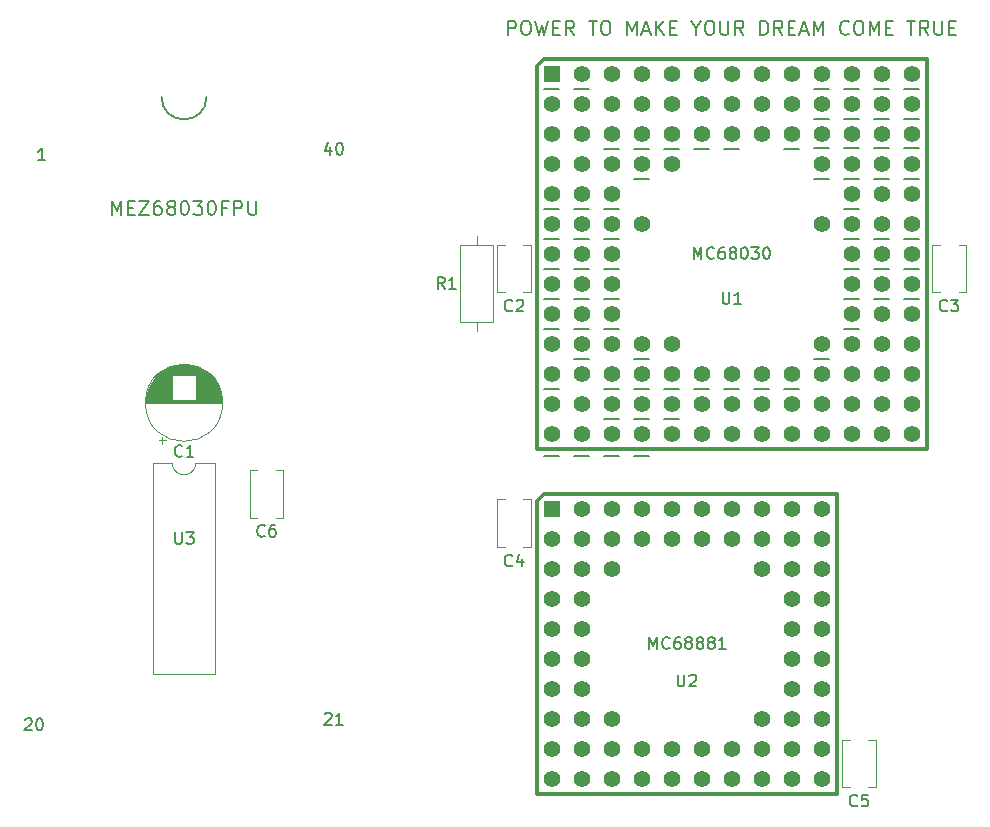
<source format=gto>
G04 #@! TF.GenerationSoftware,KiCad,Pcbnew,(6.0.10-0)*
G04 #@! TF.CreationDate,2023-01-31T11:03:09+09:00*
G04 #@! TF.ProjectId,MEZ68030FPU,4d455a36-3830-4333-9046-50552e6b6963,A*
G04 #@! TF.SameCoordinates,PX5f5e100PY68e7780*
G04 #@! TF.FileFunction,Legend,Top*
G04 #@! TF.FilePolarity,Positive*
%FSLAX46Y46*%
G04 Gerber Fmt 4.6, Leading zero omitted, Abs format (unit mm)*
G04 Created by KiCad (PCBNEW (6.0.10-0)) date 2023-01-31 11:03:09*
%MOMM*%
%LPD*%
G01*
G04 APERTURE LIST*
%ADD10C,0.150000*%
%ADD11C,0.200000*%
%ADD12C,0.203200*%
%ADD13C,0.120000*%
%ADD14C,0.304800*%
%ADD15R,1.397000X1.397000*%
%ADD16C,1.397000*%
G04 APERTURE END LIST*
D10*
X55245000Y35560000D02*
X56515000Y35560000D01*
X50165000Y48260000D02*
X51435000Y48260000D01*
X47625000Y32385000D02*
X48895000Y32385000D01*
X45085000Y43180000D02*
X46355000Y43180000D01*
X75565000Y63500000D02*
X76835000Y63500000D01*
X70485000Y50800000D02*
X71755000Y50800000D01*
X73025000Y60960000D02*
X74295000Y60960000D01*
X70485000Y60960000D02*
X71755000Y60960000D01*
X50165000Y45720000D02*
X51435000Y45720000D01*
X50165000Y35560000D02*
X51435000Y35560000D01*
X70485000Y55880000D02*
X71755000Y55880000D01*
X55245000Y38100000D02*
X56515000Y38100000D01*
X75565000Y45720000D02*
X76835000Y45720000D01*
X67945000Y40640000D02*
X69215000Y40640000D01*
X67922798Y58446786D02*
X69192798Y58446786D01*
X75565000Y50800000D02*
X76835000Y50800000D01*
X50165000Y50800000D02*
X51435000Y50800000D01*
X52705000Y35560000D02*
X53975000Y35560000D01*
X55245000Y58420000D02*
X56515000Y58420000D01*
X50165000Y38100000D02*
X51435000Y38100000D01*
X47625000Y43180000D02*
X48895000Y43180000D01*
X70485000Y45720000D02*
X71755000Y45720000D01*
X70485000Y43180000D02*
X71755000Y43180000D01*
X47625000Y45720000D02*
X48895000Y45720000D01*
X45085000Y45720000D02*
X46355000Y45720000D01*
X67945000Y60960000D02*
X69215000Y60960000D01*
X45085000Y38100000D02*
X46355000Y38100000D01*
X47625000Y53340000D02*
X48895000Y53340000D01*
X57785000Y58420000D02*
X59055000Y58420000D01*
X75565000Y48260000D02*
X76835000Y48260000D01*
X45085000Y53340000D02*
X46355000Y53340000D01*
X45085000Y32385000D02*
X46355000Y32385000D01*
X75565000Y60960000D02*
X76835000Y60960000D01*
X50165000Y32385000D02*
X51435000Y32385000D01*
X47625000Y50800000D02*
X48895000Y50800000D01*
X62865000Y38100000D02*
X64135000Y38100000D01*
X45085000Y63500000D02*
X46355000Y63500000D01*
X67945000Y63500000D02*
X69215000Y63500000D01*
X67945000Y55880000D02*
X69215000Y55880000D01*
X70485000Y63500000D02*
X71755000Y63500000D01*
X70485000Y58446786D02*
X71755000Y58446786D01*
X73025000Y45720000D02*
X74295000Y45720000D01*
X57785000Y38100000D02*
X59055000Y38100000D01*
X73025000Y63500000D02*
X74295000Y63500000D01*
X70485000Y48260000D02*
X71755000Y48260000D01*
X50165000Y58420000D02*
X51435000Y58420000D01*
X47625000Y48260000D02*
X48895000Y48260000D01*
X73025000Y55880000D02*
X74295000Y55880000D01*
X60325000Y58420000D02*
X61595000Y58420000D01*
X52705000Y38100000D02*
X53975000Y38100000D01*
X65405000Y58420000D02*
X66675000Y58420000D01*
X75565000Y58446786D02*
X76835000Y58446786D01*
X75565000Y55880000D02*
X76835000Y55880000D01*
X52705000Y55880000D02*
X53975000Y55880000D01*
X52705000Y58420000D02*
X53975000Y58420000D01*
X73025000Y50800000D02*
X74295000Y50800000D01*
X60325000Y38100000D02*
X61595000Y38100000D01*
X45085000Y48260000D02*
X46355000Y48260000D01*
X47625000Y40640000D02*
X48895000Y40640000D01*
X73025000Y48260000D02*
X74295000Y48260000D01*
X50165000Y43180000D02*
X51435000Y43180000D01*
X47625000Y63500000D02*
X48895000Y63500000D01*
X52705000Y40640000D02*
X53975000Y40640000D01*
X73025000Y58446786D02*
X74295000Y58446786D01*
X45085000Y50800000D02*
X46355000Y50800000D01*
X50165000Y53340000D02*
X51435000Y53340000D01*
X65405000Y38100000D02*
X66675000Y38100000D01*
X70485000Y53340000D02*
X71755000Y53340000D01*
X12700000Y62799132D02*
G75*
G03*
X16510000Y62799132I1905000J0D01*
G01*
X52705000Y32385000D02*
X53975000Y32385000D01*
D11*
X42017142Y68037143D02*
X42017142Y69237143D01*
X42474285Y69237143D01*
X42588571Y69180000D01*
X42645714Y69122858D01*
X42702857Y69008572D01*
X42702857Y68837143D01*
X42645714Y68722858D01*
X42588571Y68665715D01*
X42474285Y68608572D01*
X42017142Y68608572D01*
X43445714Y69237143D02*
X43674285Y69237143D01*
X43788571Y69180000D01*
X43902857Y69065715D01*
X43960000Y68837143D01*
X43960000Y68437143D01*
X43902857Y68208572D01*
X43788571Y68094286D01*
X43674285Y68037143D01*
X43445714Y68037143D01*
X43331428Y68094286D01*
X43217142Y68208572D01*
X43160000Y68437143D01*
X43160000Y68837143D01*
X43217142Y69065715D01*
X43331428Y69180000D01*
X43445714Y69237143D01*
X44360000Y69237143D02*
X44645714Y68037143D01*
X44874285Y68894286D01*
X45102857Y68037143D01*
X45388571Y69237143D01*
X45845714Y68665715D02*
X46245714Y68665715D01*
X46417142Y68037143D02*
X45845714Y68037143D01*
X45845714Y69237143D01*
X46417142Y69237143D01*
X47617142Y68037143D02*
X47217142Y68608572D01*
X46931428Y68037143D02*
X46931428Y69237143D01*
X47388571Y69237143D01*
X47502857Y69180000D01*
X47560000Y69122858D01*
X47617142Y69008572D01*
X47617142Y68837143D01*
X47560000Y68722858D01*
X47502857Y68665715D01*
X47388571Y68608572D01*
X46931428Y68608572D01*
X48874285Y69237143D02*
X49560000Y69237143D01*
X49217142Y68037143D02*
X49217142Y69237143D01*
X50188571Y69237143D02*
X50417142Y69237143D01*
X50531428Y69180000D01*
X50645714Y69065715D01*
X50702857Y68837143D01*
X50702857Y68437143D01*
X50645714Y68208572D01*
X50531428Y68094286D01*
X50417142Y68037143D01*
X50188571Y68037143D01*
X50074285Y68094286D01*
X49960000Y68208572D01*
X49902857Y68437143D01*
X49902857Y68837143D01*
X49960000Y69065715D01*
X50074285Y69180000D01*
X50188571Y69237143D01*
X52131428Y68037143D02*
X52131428Y69237143D01*
X52531428Y68380000D01*
X52931428Y69237143D01*
X52931428Y68037143D01*
X53445714Y68380000D02*
X54017142Y68380000D01*
X53331428Y68037143D02*
X53731428Y69237143D01*
X54131428Y68037143D01*
X54531428Y68037143D02*
X54531428Y69237143D01*
X55217142Y68037143D02*
X54702857Y68722858D01*
X55217142Y69237143D02*
X54531428Y68551429D01*
X55731428Y68665715D02*
X56131428Y68665715D01*
X56302857Y68037143D02*
X55731428Y68037143D01*
X55731428Y69237143D01*
X56302857Y69237143D01*
X57960000Y68608572D02*
X57960000Y68037143D01*
X57560000Y69237143D02*
X57960000Y68608572D01*
X58360000Y69237143D01*
X58988571Y69237143D02*
X59217142Y69237143D01*
X59331428Y69180000D01*
X59445714Y69065715D01*
X59502857Y68837143D01*
X59502857Y68437143D01*
X59445714Y68208572D01*
X59331428Y68094286D01*
X59217142Y68037143D01*
X58988571Y68037143D01*
X58874285Y68094286D01*
X58760000Y68208572D01*
X58702857Y68437143D01*
X58702857Y68837143D01*
X58760000Y69065715D01*
X58874285Y69180000D01*
X58988571Y69237143D01*
X60017142Y69237143D02*
X60017142Y68265715D01*
X60074285Y68151429D01*
X60131428Y68094286D01*
X60245714Y68037143D01*
X60474285Y68037143D01*
X60588571Y68094286D01*
X60645714Y68151429D01*
X60702857Y68265715D01*
X60702857Y69237143D01*
X61960000Y68037143D02*
X61560000Y68608572D01*
X61274285Y68037143D02*
X61274285Y69237143D01*
X61731428Y69237143D01*
X61845714Y69180000D01*
X61902857Y69122858D01*
X61960000Y69008572D01*
X61960000Y68837143D01*
X61902857Y68722858D01*
X61845714Y68665715D01*
X61731428Y68608572D01*
X61274285Y68608572D01*
X63388571Y68037143D02*
X63388571Y69237143D01*
X63674285Y69237143D01*
X63845714Y69180000D01*
X63960000Y69065715D01*
X64017142Y68951429D01*
X64074285Y68722858D01*
X64074285Y68551429D01*
X64017142Y68322858D01*
X63960000Y68208572D01*
X63845714Y68094286D01*
X63674285Y68037143D01*
X63388571Y68037143D01*
X65274285Y68037143D02*
X64874285Y68608572D01*
X64588571Y68037143D02*
X64588571Y69237143D01*
X65045714Y69237143D01*
X65160000Y69180000D01*
X65217142Y69122858D01*
X65274285Y69008572D01*
X65274285Y68837143D01*
X65217142Y68722858D01*
X65160000Y68665715D01*
X65045714Y68608572D01*
X64588571Y68608572D01*
X65788571Y68665715D02*
X66188571Y68665715D01*
X66360000Y68037143D02*
X65788571Y68037143D01*
X65788571Y69237143D01*
X66360000Y69237143D01*
X66817142Y68380000D02*
X67388571Y68380000D01*
X66702857Y68037143D02*
X67102857Y69237143D01*
X67502857Y68037143D01*
X67902857Y68037143D02*
X67902857Y69237143D01*
X68302857Y68380000D01*
X68702857Y69237143D01*
X68702857Y68037143D01*
X70874285Y68151429D02*
X70817142Y68094286D01*
X70645714Y68037143D01*
X70531428Y68037143D01*
X70360000Y68094286D01*
X70245714Y68208572D01*
X70188571Y68322858D01*
X70131428Y68551429D01*
X70131428Y68722858D01*
X70188571Y68951429D01*
X70245714Y69065715D01*
X70360000Y69180000D01*
X70531428Y69237143D01*
X70645714Y69237143D01*
X70817142Y69180000D01*
X70874285Y69122858D01*
X71617142Y69237143D02*
X71845714Y69237143D01*
X71960000Y69180000D01*
X72074285Y69065715D01*
X72131428Y68837143D01*
X72131428Y68437143D01*
X72074285Y68208572D01*
X71960000Y68094286D01*
X71845714Y68037143D01*
X71617142Y68037143D01*
X71502857Y68094286D01*
X71388571Y68208572D01*
X71331428Y68437143D01*
X71331428Y68837143D01*
X71388571Y69065715D01*
X71502857Y69180000D01*
X71617142Y69237143D01*
X72645714Y68037143D02*
X72645714Y69237143D01*
X73045714Y68380000D01*
X73445714Y69237143D01*
X73445714Y68037143D01*
X74017142Y68665715D02*
X74417142Y68665715D01*
X74588571Y68037143D02*
X74017142Y68037143D01*
X74017142Y69237143D01*
X74588571Y69237143D01*
X75845714Y69237143D02*
X76531428Y69237143D01*
X76188571Y68037143D02*
X76188571Y69237143D01*
X77617142Y68037143D02*
X77217142Y68608572D01*
X76931428Y68037143D02*
X76931428Y69237143D01*
X77388571Y69237143D01*
X77502857Y69180000D01*
X77560000Y69122858D01*
X77617142Y69008572D01*
X77617142Y68837143D01*
X77560000Y68722858D01*
X77502857Y68665715D01*
X77388571Y68608572D01*
X76931428Y68608572D01*
X78131428Y69237143D02*
X78131428Y68265715D01*
X78188571Y68151429D01*
X78245714Y68094286D01*
X78360000Y68037143D01*
X78588571Y68037143D01*
X78702857Y68094286D01*
X78760000Y68151429D01*
X78817142Y68265715D01*
X78817142Y69237143D01*
X79388571Y68665715D02*
X79788571Y68665715D01*
X79960000Y68037143D02*
X79388571Y68037143D01*
X79388571Y69237143D01*
X79960000Y69237143D01*
D10*
X1143095Y10071513D02*
X1190714Y10119132D01*
X1285952Y10166752D01*
X1524047Y10166752D01*
X1619285Y10119132D01*
X1666904Y10071513D01*
X1714523Y9976275D01*
X1714523Y9881037D01*
X1666904Y9738180D01*
X1095476Y9166752D01*
X1714523Y9166752D01*
X2333571Y10166752D02*
X2428809Y10166752D01*
X2524047Y10119132D01*
X2571666Y10071513D01*
X2619285Y9976275D01*
X2666904Y9785799D01*
X2666904Y9547704D01*
X2619285Y9357228D01*
X2571666Y9261990D01*
X2524047Y9214371D01*
X2428809Y9166752D01*
X2333571Y9166752D01*
X2238333Y9214371D01*
X2190714Y9261990D01*
X2143095Y9357228D01*
X2095476Y9547704D01*
X2095476Y9785799D01*
X2143095Y9976275D01*
X2190714Y10071513D01*
X2238333Y10119132D01*
X2333571Y10166752D01*
X26999285Y58568418D02*
X26999285Y57901752D01*
X26761190Y58949371D02*
X26523095Y58235085D01*
X27142142Y58235085D01*
X27713571Y58901752D02*
X27808809Y58901752D01*
X27904047Y58854132D01*
X27951666Y58806513D01*
X27999285Y58711275D01*
X28046904Y58520799D01*
X28046904Y58282704D01*
X27999285Y58092228D01*
X27951666Y57996990D01*
X27904047Y57949371D01*
X27808809Y57901752D01*
X27713571Y57901752D01*
X27618333Y57949371D01*
X27570714Y57996990D01*
X27523095Y58092228D01*
X27475476Y58282704D01*
X27475476Y58520799D01*
X27523095Y58711275D01*
X27570714Y58806513D01*
X27618333Y58854132D01*
X27713571Y58901752D01*
X26523095Y10546513D02*
X26570714Y10594132D01*
X26665952Y10641752D01*
X26904047Y10641752D01*
X26999285Y10594132D01*
X27046904Y10546513D01*
X27094523Y10451275D01*
X27094523Y10356037D01*
X27046904Y10213180D01*
X26475476Y9641752D01*
X27094523Y9641752D01*
X28046904Y9641752D02*
X27475476Y9641752D01*
X27761190Y9641752D02*
X27761190Y10641752D01*
X27665952Y10498894D01*
X27570714Y10403656D01*
X27475476Y10356037D01*
D11*
X8490714Y52797143D02*
X8490714Y53997143D01*
X8890714Y53140000D01*
X9290714Y53997143D01*
X9290714Y52797143D01*
X9862142Y53425715D02*
X10262142Y53425715D01*
X10433571Y52797143D02*
X9862142Y52797143D01*
X9862142Y53997143D01*
X10433571Y53997143D01*
X10833571Y53997143D02*
X11633571Y53997143D01*
X10833571Y52797143D01*
X11633571Y52797143D01*
X12605000Y53997143D02*
X12376428Y53997143D01*
X12262142Y53940000D01*
X12205000Y53882858D01*
X12090714Y53711429D01*
X12033571Y53482858D01*
X12033571Y53025715D01*
X12090714Y52911429D01*
X12147857Y52854286D01*
X12262142Y52797143D01*
X12490714Y52797143D01*
X12605000Y52854286D01*
X12662142Y52911429D01*
X12719285Y53025715D01*
X12719285Y53311429D01*
X12662142Y53425715D01*
X12605000Y53482858D01*
X12490714Y53540000D01*
X12262142Y53540000D01*
X12147857Y53482858D01*
X12090714Y53425715D01*
X12033571Y53311429D01*
X13405000Y53482858D02*
X13290714Y53540000D01*
X13233571Y53597143D01*
X13176428Y53711429D01*
X13176428Y53768572D01*
X13233571Y53882858D01*
X13290714Y53940000D01*
X13405000Y53997143D01*
X13633571Y53997143D01*
X13747857Y53940000D01*
X13805000Y53882858D01*
X13862142Y53768572D01*
X13862142Y53711429D01*
X13805000Y53597143D01*
X13747857Y53540000D01*
X13633571Y53482858D01*
X13405000Y53482858D01*
X13290714Y53425715D01*
X13233571Y53368572D01*
X13176428Y53254286D01*
X13176428Y53025715D01*
X13233571Y52911429D01*
X13290714Y52854286D01*
X13405000Y52797143D01*
X13633571Y52797143D01*
X13747857Y52854286D01*
X13805000Y52911429D01*
X13862142Y53025715D01*
X13862142Y53254286D01*
X13805000Y53368572D01*
X13747857Y53425715D01*
X13633571Y53482858D01*
X14605000Y53997143D02*
X14719285Y53997143D01*
X14833571Y53940000D01*
X14890714Y53882858D01*
X14947857Y53768572D01*
X15005000Y53540000D01*
X15005000Y53254286D01*
X14947857Y53025715D01*
X14890714Y52911429D01*
X14833571Y52854286D01*
X14719285Y52797143D01*
X14605000Y52797143D01*
X14490714Y52854286D01*
X14433571Y52911429D01*
X14376428Y53025715D01*
X14319285Y53254286D01*
X14319285Y53540000D01*
X14376428Y53768572D01*
X14433571Y53882858D01*
X14490714Y53940000D01*
X14605000Y53997143D01*
X15405000Y53997143D02*
X16147857Y53997143D01*
X15747857Y53540000D01*
X15919285Y53540000D01*
X16033571Y53482858D01*
X16090714Y53425715D01*
X16147857Y53311429D01*
X16147857Y53025715D01*
X16090714Y52911429D01*
X16033571Y52854286D01*
X15919285Y52797143D01*
X15576428Y52797143D01*
X15462142Y52854286D01*
X15405000Y52911429D01*
X16890714Y53997143D02*
X17005000Y53997143D01*
X17119285Y53940000D01*
X17176428Y53882858D01*
X17233571Y53768572D01*
X17290714Y53540000D01*
X17290714Y53254286D01*
X17233571Y53025715D01*
X17176428Y52911429D01*
X17119285Y52854286D01*
X17005000Y52797143D01*
X16890714Y52797143D01*
X16776428Y52854286D01*
X16719285Y52911429D01*
X16662142Y53025715D01*
X16605000Y53254286D01*
X16605000Y53540000D01*
X16662142Y53768572D01*
X16719285Y53882858D01*
X16776428Y53940000D01*
X16890714Y53997143D01*
X18205000Y53425715D02*
X17805000Y53425715D01*
X17805000Y52797143D02*
X17805000Y53997143D01*
X18376428Y53997143D01*
X18833571Y52797143D02*
X18833571Y53997143D01*
X19290714Y53997143D01*
X19405000Y53940000D01*
X19462142Y53882858D01*
X19519285Y53768572D01*
X19519285Y53597143D01*
X19462142Y53482858D01*
X19405000Y53425715D01*
X19290714Y53368572D01*
X18833571Y53368572D01*
X20033571Y53997143D02*
X20033571Y53025715D01*
X20090714Y52911429D01*
X20147857Y52854286D01*
X20262142Y52797143D01*
X20490714Y52797143D01*
X20605000Y52854286D01*
X20662142Y52911429D01*
X20719285Y53025715D01*
X20719285Y53997143D01*
D10*
X2825714Y57426752D02*
X2254285Y57426752D01*
X2540000Y57426752D02*
X2540000Y58426752D01*
X2444761Y58283894D01*
X2349523Y58188656D01*
X2254285Y58141037D01*
X57745714Y49077620D02*
X57745714Y50077620D01*
X58079047Y49363334D01*
X58412380Y50077620D01*
X58412380Y49077620D01*
X59460000Y49172858D02*
X59412380Y49125239D01*
X59269523Y49077620D01*
X59174285Y49077620D01*
X59031428Y49125239D01*
X58936190Y49220477D01*
X58888571Y49315715D01*
X58840952Y49506191D01*
X58840952Y49649048D01*
X58888571Y49839524D01*
X58936190Y49934762D01*
X59031428Y50030000D01*
X59174285Y50077620D01*
X59269523Y50077620D01*
X59412380Y50030000D01*
X59460000Y49982381D01*
X60317142Y50077620D02*
X60126666Y50077620D01*
X60031428Y50030000D01*
X59983809Y49982381D01*
X59888571Y49839524D01*
X59840952Y49649048D01*
X59840952Y49268096D01*
X59888571Y49172858D01*
X59936190Y49125239D01*
X60031428Y49077620D01*
X60221904Y49077620D01*
X60317142Y49125239D01*
X60364761Y49172858D01*
X60412380Y49268096D01*
X60412380Y49506191D01*
X60364761Y49601429D01*
X60317142Y49649048D01*
X60221904Y49696667D01*
X60031428Y49696667D01*
X59936190Y49649048D01*
X59888571Y49601429D01*
X59840952Y49506191D01*
X60983809Y49649048D02*
X60888571Y49696667D01*
X60840952Y49744286D01*
X60793333Y49839524D01*
X60793333Y49887143D01*
X60840952Y49982381D01*
X60888571Y50030000D01*
X60983809Y50077620D01*
X61174285Y50077620D01*
X61269523Y50030000D01*
X61317142Y49982381D01*
X61364761Y49887143D01*
X61364761Y49839524D01*
X61317142Y49744286D01*
X61269523Y49696667D01*
X61174285Y49649048D01*
X60983809Y49649048D01*
X60888571Y49601429D01*
X60840952Y49553810D01*
X60793333Y49458572D01*
X60793333Y49268096D01*
X60840952Y49172858D01*
X60888571Y49125239D01*
X60983809Y49077620D01*
X61174285Y49077620D01*
X61269523Y49125239D01*
X61317142Y49172858D01*
X61364761Y49268096D01*
X61364761Y49458572D01*
X61317142Y49553810D01*
X61269523Y49601429D01*
X61174285Y49649048D01*
X61983809Y50077620D02*
X62079047Y50077620D01*
X62174285Y50030000D01*
X62221904Y49982381D01*
X62269523Y49887143D01*
X62317142Y49696667D01*
X62317142Y49458572D01*
X62269523Y49268096D01*
X62221904Y49172858D01*
X62174285Y49125239D01*
X62079047Y49077620D01*
X61983809Y49077620D01*
X61888571Y49125239D01*
X61840952Y49172858D01*
X61793333Y49268096D01*
X61745714Y49458572D01*
X61745714Y49696667D01*
X61793333Y49887143D01*
X61840952Y49982381D01*
X61888571Y50030000D01*
X61983809Y50077620D01*
X62650476Y50077620D02*
X63269523Y50077620D01*
X62936190Y49696667D01*
X63079047Y49696667D01*
X63174285Y49649048D01*
X63221904Y49601429D01*
X63269523Y49506191D01*
X63269523Y49268096D01*
X63221904Y49172858D01*
X63174285Y49125239D01*
X63079047Y49077620D01*
X62793333Y49077620D01*
X62698095Y49125239D01*
X62650476Y49172858D01*
X63888571Y50077620D02*
X63983809Y50077620D01*
X64079047Y50030000D01*
X64126666Y49982381D01*
X64174285Y49887143D01*
X64221904Y49696667D01*
X64221904Y49458572D01*
X64174285Y49268096D01*
X64126666Y49172858D01*
X64079047Y49125239D01*
X63983809Y49077620D01*
X63888571Y49077620D01*
X63793333Y49125239D01*
X63745714Y49172858D01*
X63698095Y49268096D01*
X63650476Y49458572D01*
X63650476Y49696667D01*
X63698095Y49887143D01*
X63745714Y49982381D01*
X63793333Y50030000D01*
X63888571Y50077620D01*
X53995314Y16057620D02*
X53995314Y17057620D01*
X54328647Y16343334D01*
X54661980Y17057620D01*
X54661980Y16057620D01*
X55709600Y16152858D02*
X55661980Y16105239D01*
X55519123Y16057620D01*
X55423885Y16057620D01*
X55281028Y16105239D01*
X55185790Y16200477D01*
X55138171Y16295715D01*
X55090552Y16486191D01*
X55090552Y16629048D01*
X55138171Y16819524D01*
X55185790Y16914762D01*
X55281028Y17010000D01*
X55423885Y17057620D01*
X55519123Y17057620D01*
X55661980Y17010000D01*
X55709600Y16962381D01*
X56566742Y17057620D02*
X56376266Y17057620D01*
X56281028Y17010000D01*
X56233409Y16962381D01*
X56138171Y16819524D01*
X56090552Y16629048D01*
X56090552Y16248096D01*
X56138171Y16152858D01*
X56185790Y16105239D01*
X56281028Y16057620D01*
X56471504Y16057620D01*
X56566742Y16105239D01*
X56614361Y16152858D01*
X56661980Y16248096D01*
X56661980Y16486191D01*
X56614361Y16581429D01*
X56566742Y16629048D01*
X56471504Y16676667D01*
X56281028Y16676667D01*
X56185790Y16629048D01*
X56138171Y16581429D01*
X56090552Y16486191D01*
X57233409Y16629048D02*
X57138171Y16676667D01*
X57090552Y16724286D01*
X57042933Y16819524D01*
X57042933Y16867143D01*
X57090552Y16962381D01*
X57138171Y17010000D01*
X57233409Y17057620D01*
X57423885Y17057620D01*
X57519123Y17010000D01*
X57566742Y16962381D01*
X57614361Y16867143D01*
X57614361Y16819524D01*
X57566742Y16724286D01*
X57519123Y16676667D01*
X57423885Y16629048D01*
X57233409Y16629048D01*
X57138171Y16581429D01*
X57090552Y16533810D01*
X57042933Y16438572D01*
X57042933Y16248096D01*
X57090552Y16152858D01*
X57138171Y16105239D01*
X57233409Y16057620D01*
X57423885Y16057620D01*
X57519123Y16105239D01*
X57566742Y16152858D01*
X57614361Y16248096D01*
X57614361Y16438572D01*
X57566742Y16533810D01*
X57519123Y16581429D01*
X57423885Y16629048D01*
X58185790Y16629048D02*
X58090552Y16676667D01*
X58042933Y16724286D01*
X57995314Y16819524D01*
X57995314Y16867143D01*
X58042933Y16962381D01*
X58090552Y17010000D01*
X58185790Y17057620D01*
X58376266Y17057620D01*
X58471504Y17010000D01*
X58519123Y16962381D01*
X58566742Y16867143D01*
X58566742Y16819524D01*
X58519123Y16724286D01*
X58471504Y16676667D01*
X58376266Y16629048D01*
X58185790Y16629048D01*
X58090552Y16581429D01*
X58042933Y16533810D01*
X57995314Y16438572D01*
X57995314Y16248096D01*
X58042933Y16152858D01*
X58090552Y16105239D01*
X58185790Y16057620D01*
X58376266Y16057620D01*
X58471504Y16105239D01*
X58519123Y16152858D01*
X58566742Y16248096D01*
X58566742Y16438572D01*
X58519123Y16533810D01*
X58471504Y16581429D01*
X58376266Y16629048D01*
X59138171Y16629048D02*
X59042933Y16676667D01*
X58995314Y16724286D01*
X58947695Y16819524D01*
X58947695Y16867143D01*
X58995314Y16962381D01*
X59042933Y17010000D01*
X59138171Y17057620D01*
X59328647Y17057620D01*
X59423885Y17010000D01*
X59471504Y16962381D01*
X59519123Y16867143D01*
X59519123Y16819524D01*
X59471504Y16724286D01*
X59423885Y16676667D01*
X59328647Y16629048D01*
X59138171Y16629048D01*
X59042933Y16581429D01*
X58995314Y16533810D01*
X58947695Y16438572D01*
X58947695Y16248096D01*
X58995314Y16152858D01*
X59042933Y16105239D01*
X59138171Y16057620D01*
X59328647Y16057620D01*
X59423885Y16105239D01*
X59471504Y16152858D01*
X59519123Y16248096D01*
X59519123Y16438572D01*
X59471504Y16533810D01*
X59423885Y16581429D01*
X59328647Y16629048D01*
X60471504Y16057620D02*
X59900076Y16057620D01*
X60185790Y16057620D02*
X60185790Y17057620D01*
X60090552Y16914762D01*
X59995314Y16819524D01*
X59900076Y16771905D01*
X42378333Y44727858D02*
X42330714Y44680239D01*
X42187857Y44632620D01*
X42092619Y44632620D01*
X41949761Y44680239D01*
X41854523Y44775477D01*
X41806904Y44870715D01*
X41759285Y45061191D01*
X41759285Y45204048D01*
X41806904Y45394524D01*
X41854523Y45489762D01*
X41949761Y45585000D01*
X42092619Y45632620D01*
X42187857Y45632620D01*
X42330714Y45585000D01*
X42378333Y45537381D01*
X42759285Y45537381D02*
X42806904Y45585000D01*
X42902142Y45632620D01*
X43140238Y45632620D01*
X43235476Y45585000D01*
X43283095Y45537381D01*
X43330714Y45442143D01*
X43330714Y45346905D01*
X43283095Y45204048D01*
X42711666Y44632620D01*
X43330714Y44632620D01*
D12*
X60198095Y46267620D02*
X60198095Y45458096D01*
X60245714Y45362858D01*
X60293333Y45315239D01*
X60388571Y45267620D01*
X60579047Y45267620D01*
X60674285Y45315239D01*
X60721904Y45362858D01*
X60769523Y45458096D01*
X60769523Y46267620D01*
X61769523Y45267620D02*
X61198095Y45267620D01*
X61483809Y45267620D02*
X61483809Y46267620D01*
X61388571Y46124762D01*
X61293333Y46029524D01*
X61198095Y45981905D01*
D10*
X71588333Y2817858D02*
X71540714Y2770239D01*
X71397857Y2722620D01*
X71302619Y2722620D01*
X71159761Y2770239D01*
X71064523Y2865477D01*
X71016904Y2960715D01*
X70969285Y3151191D01*
X70969285Y3294048D01*
X71016904Y3484524D01*
X71064523Y3579762D01*
X71159761Y3675000D01*
X71302619Y3722620D01*
X71397857Y3722620D01*
X71540714Y3675000D01*
X71588333Y3627381D01*
X72493095Y3722620D02*
X72016904Y3722620D01*
X71969285Y3246429D01*
X72016904Y3294048D01*
X72112142Y3341667D01*
X72350238Y3341667D01*
X72445476Y3294048D01*
X72493095Y3246429D01*
X72540714Y3151191D01*
X72540714Y2913096D01*
X72493095Y2817858D01*
X72445476Y2770239D01*
X72350238Y2722620D01*
X72112142Y2722620D01*
X72016904Y2770239D01*
X71969285Y2817858D01*
X36663333Y46537620D02*
X36330000Y47013810D01*
X36091904Y46537620D02*
X36091904Y47537620D01*
X36472857Y47537620D01*
X36568095Y47490000D01*
X36615714Y47442381D01*
X36663333Y47347143D01*
X36663333Y47204286D01*
X36615714Y47109048D01*
X36568095Y47061429D01*
X36472857Y47013810D01*
X36091904Y47013810D01*
X37615714Y46537620D02*
X37044285Y46537620D01*
X37330000Y46537620D02*
X37330000Y47537620D01*
X37234761Y47394762D01*
X37139523Y47299524D01*
X37044285Y47251905D01*
D12*
X56388095Y13882620D02*
X56388095Y13073096D01*
X56435714Y12977858D01*
X56483333Y12930239D01*
X56578571Y12882620D01*
X56769047Y12882620D01*
X56864285Y12930239D01*
X56911904Y12977858D01*
X56959523Y13073096D01*
X56959523Y13882620D01*
X57388095Y13787381D02*
X57435714Y13835000D01*
X57530952Y13882620D01*
X57769047Y13882620D01*
X57864285Y13835000D01*
X57911904Y13787381D01*
X57959523Y13692143D01*
X57959523Y13596905D01*
X57911904Y13454048D01*
X57340476Y12882620D01*
X57959523Y12882620D01*
D10*
X42378333Y23137858D02*
X42330714Y23090239D01*
X42187857Y23042620D01*
X42092619Y23042620D01*
X41949761Y23090239D01*
X41854523Y23185477D01*
X41806904Y23280715D01*
X41759285Y23471191D01*
X41759285Y23614048D01*
X41806904Y23804524D01*
X41854523Y23899762D01*
X41949761Y23995000D01*
X42092619Y24042620D01*
X42187857Y24042620D01*
X42330714Y23995000D01*
X42378333Y23947381D01*
X43235476Y23709286D02*
X43235476Y23042620D01*
X42997380Y24090239D02*
X42759285Y23375953D01*
X43378333Y23375953D01*
X13843095Y25947620D02*
X13843095Y25138096D01*
X13890714Y25042858D01*
X13938333Y24995239D01*
X14033571Y24947620D01*
X14224047Y24947620D01*
X14319285Y24995239D01*
X14366904Y25042858D01*
X14414523Y25138096D01*
X14414523Y25947620D01*
X14795476Y25947620D02*
X15414523Y25947620D01*
X15081190Y25566667D01*
X15224047Y25566667D01*
X15319285Y25519048D01*
X15366904Y25471429D01*
X15414523Y25376191D01*
X15414523Y25138096D01*
X15366904Y25042858D01*
X15319285Y24995239D01*
X15224047Y24947620D01*
X14938333Y24947620D01*
X14843095Y24995239D01*
X14795476Y25042858D01*
X21423333Y25657858D02*
X21375714Y25610239D01*
X21232857Y25562620D01*
X21137619Y25562620D01*
X20994761Y25610239D01*
X20899523Y25705477D01*
X20851904Y25800715D01*
X20804285Y25991191D01*
X20804285Y26134048D01*
X20851904Y26324524D01*
X20899523Y26419762D01*
X20994761Y26515000D01*
X21137619Y26562620D01*
X21232857Y26562620D01*
X21375714Y26515000D01*
X21423333Y26467381D01*
X22280476Y26562620D02*
X22090000Y26562620D01*
X21994761Y26515000D01*
X21947142Y26467381D01*
X21851904Y26324524D01*
X21804285Y26134048D01*
X21804285Y25753096D01*
X21851904Y25657858D01*
X21899523Y25610239D01*
X21994761Y25562620D01*
X22185238Y25562620D01*
X22280476Y25610239D01*
X22328095Y25657858D01*
X22375714Y25753096D01*
X22375714Y25991191D01*
X22328095Y26086429D01*
X22280476Y26134048D01*
X22185238Y26181667D01*
X21994761Y26181667D01*
X21899523Y26134048D01*
X21851904Y26086429D01*
X21804285Y25991191D01*
X79208333Y44727858D02*
X79160714Y44680239D01*
X79017857Y44632620D01*
X78922619Y44632620D01*
X78779761Y44680239D01*
X78684523Y44775477D01*
X78636904Y44870715D01*
X78589285Y45061191D01*
X78589285Y45204048D01*
X78636904Y45394524D01*
X78684523Y45489762D01*
X78779761Y45585000D01*
X78922619Y45632620D01*
X79017857Y45632620D01*
X79160714Y45585000D01*
X79208333Y45537381D01*
X79541666Y45632620D02*
X80160714Y45632620D01*
X79827380Y45251667D01*
X79970238Y45251667D01*
X80065476Y45204048D01*
X80113095Y45156429D01*
X80160714Y45061191D01*
X80160714Y44823096D01*
X80113095Y44727858D01*
X80065476Y44680239D01*
X79970238Y44632620D01*
X79684523Y44632620D01*
X79589285Y44680239D01*
X79541666Y44727858D01*
X14438333Y32408858D02*
X14390714Y32361239D01*
X14247857Y32313620D01*
X14152619Y32313620D01*
X14009761Y32361239D01*
X13914523Y32456477D01*
X13866904Y32551715D01*
X13819285Y32742191D01*
X13819285Y32885048D01*
X13866904Y33075524D01*
X13914523Y33170762D01*
X14009761Y33266000D01*
X14152619Y33313620D01*
X14247857Y33313620D01*
X14390714Y33266000D01*
X14438333Y33218381D01*
X15390714Y32313620D02*
X14819285Y32313620D01*
X15105000Y32313620D02*
X15105000Y33313620D01*
X15009761Y33170762D01*
X14914523Y33075524D01*
X14819285Y33027905D01*
D13*
X43965000Y50280000D02*
X43340000Y50280000D01*
X41750000Y50280000D02*
X41125000Y50280000D01*
X41125000Y50280000D02*
X41125000Y46240000D01*
X43965000Y46240000D02*
X43340000Y46240000D01*
X41750000Y46240000D02*
X41125000Y46240000D01*
X43965000Y50280000D02*
X43965000Y46240000D01*
D14*
X45085000Y66040000D02*
X45720000Y66040000D01*
X77470000Y66040000D02*
X45720000Y66040000D01*
X44450000Y64770000D02*
X44450000Y33020000D01*
X44450000Y65405000D02*
X45085000Y66040000D01*
X44450000Y64770000D02*
X44450000Y65405000D01*
X77470000Y33020000D02*
X77470000Y66040000D01*
X44450000Y33020000D02*
X77470000Y33020000D01*
D13*
X73175000Y4330000D02*
X72550000Y4330000D01*
X73175000Y8370000D02*
X73175000Y4330000D01*
X70335000Y8370000D02*
X70335000Y4330000D01*
X70960000Y8370000D02*
X70335000Y8370000D01*
X70960000Y4330000D02*
X70335000Y4330000D01*
X73175000Y8370000D02*
X72550000Y8370000D01*
X38000000Y43720000D02*
X40740000Y43720000D01*
X38000000Y50260000D02*
X38000000Y43720000D01*
X40740000Y43720000D02*
X40740000Y50260000D01*
X39370000Y42950000D02*
X39370000Y43720000D01*
X39370000Y51030000D02*
X39370000Y50260000D01*
X40740000Y50260000D02*
X38000000Y50260000D01*
D14*
X44450000Y28575000D02*
X45085000Y29210000D01*
X69850000Y29210000D02*
X45720000Y29210000D01*
X45085000Y29210000D02*
X45720000Y29210000D01*
X69850000Y3810000D02*
X69850000Y29210000D01*
X44450000Y3810000D02*
X69850000Y3810000D01*
X44450000Y27940000D02*
X44450000Y3810000D01*
X44450000Y27940000D02*
X44450000Y28575000D01*
D13*
X41750000Y24670000D02*
X41125000Y24670000D01*
X43965000Y24670000D02*
X43340000Y24670000D01*
X43965000Y28710000D02*
X43965000Y24670000D01*
X41750000Y28710000D02*
X41125000Y28710000D01*
X41125000Y28710000D02*
X41125000Y24670000D01*
X43965000Y28710000D02*
X43340000Y28710000D01*
X17255000Y13915000D02*
X17255000Y31815000D01*
X13605000Y31815000D02*
X11955000Y31815000D01*
X11955000Y31815000D02*
X11955000Y13915000D01*
X17255000Y31815000D02*
X15605000Y31815000D01*
X11955000Y13915000D02*
X17255000Y13915000D01*
X13605000Y31815000D02*
G75*
G03*
X15605000Y31815000I1000000J0D01*
G01*
X22385000Y27170000D02*
X23010000Y27170000D01*
X20170000Y27170000D02*
X20170000Y31210000D01*
X20170000Y31210000D02*
X20795000Y31210000D01*
X20170000Y27170000D02*
X20795000Y27170000D01*
X22385000Y31210000D02*
X23010000Y31210000D01*
X23010000Y27170000D02*
X23010000Y31210000D01*
X80815000Y46240000D02*
X80190000Y46240000D01*
X78600000Y46240000D02*
X77975000Y46240000D01*
X80815000Y50280000D02*
X80815000Y46240000D01*
X80815000Y50280000D02*
X80190000Y50280000D01*
X77975000Y50280000D02*
X77975000Y46240000D01*
X78600000Y50280000D02*
X77975000Y50280000D01*
X11915000Y38698620D02*
X13565000Y38698620D01*
X11377000Y37017620D02*
X17833000Y37017620D01*
X12771000Y39578620D02*
X16439000Y39578620D01*
X11410000Y37377620D02*
X13565000Y37377620D01*
X11635000Y38178620D02*
X13565000Y38178620D01*
X11375000Y36977620D02*
X17835000Y36977620D01*
X11394000Y37257620D02*
X13565000Y37257620D01*
X15645000Y37978620D02*
X17652000Y37978620D01*
X15645000Y38418620D02*
X17461000Y38418620D01*
X15645000Y37137620D02*
X17827000Y37137620D01*
X12340000Y39218620D02*
X16870000Y39218620D01*
X12262000Y39138620D02*
X13565000Y39138620D01*
X15645000Y39058620D02*
X17021000Y39058620D01*
X15645000Y38858620D02*
X17183000Y38858620D01*
X14203000Y40138620D02*
X15007000Y40138620D01*
X13024000Y39738620D02*
X16186000Y39738620D01*
X13343000Y39898620D02*
X15867000Y39898620D01*
X13803000Y40058620D02*
X15407000Y40058620D01*
X11793000Y38498620D02*
X13565000Y38498620D01*
X12225000Y39098620D02*
X13565000Y39098620D01*
X15645000Y38818620D02*
X17212000Y38818620D01*
X11998000Y38818620D02*
X13565000Y38818620D01*
X13173000Y39818620D02*
X16037000Y39818620D01*
X11771000Y38458620D02*
X13565000Y38458620D01*
X15645000Y37417620D02*
X17794000Y37417620D01*
X15645000Y38378620D02*
X17481000Y38378620D01*
X13255000Y39858620D02*
X15955000Y39858620D01*
X12955000Y39698620D02*
X16255000Y39698620D01*
X15645000Y37337620D02*
X17806000Y37337620D01*
X11495000Y37778620D02*
X13565000Y37778620D01*
X11375000Y36937620D02*
X17835000Y36937620D01*
X15645000Y38258620D02*
X17539000Y38258620D01*
X15645000Y39138620D02*
X16948000Y39138620D01*
X11729000Y38378620D02*
X13565000Y38378620D01*
X15645000Y38138620D02*
X17591000Y38138620D01*
X15645000Y38218620D02*
X17557000Y38218620D01*
X15645000Y38538620D02*
X17395000Y38538620D01*
X13096000Y39778620D02*
X16114000Y39778620D01*
X15645000Y37217620D02*
X17820000Y37217620D01*
X15645000Y37177620D02*
X17823000Y37177620D01*
X11474000Y37698620D02*
X13565000Y37698620D01*
X11544000Y37938620D02*
X13565000Y37938620D01*
X11423000Y37457620D02*
X13565000Y37457620D01*
X15645000Y38698620D02*
X17295000Y38698620D01*
X15645000Y38578620D02*
X17371000Y38578620D01*
X12451000Y33712379D02*
X13081000Y33712379D01*
X15645000Y37618620D02*
X17755000Y37618620D01*
X11587000Y38058620D02*
X13565000Y38058620D01*
X15645000Y37297620D02*
X17811000Y37297620D01*
X12089000Y38938620D02*
X13565000Y38938620D01*
X11378000Y37057620D02*
X17832000Y37057620D01*
X11558000Y37978620D02*
X13565000Y37978620D01*
X12715000Y39538620D02*
X16495000Y39538620D01*
X12891000Y39658620D02*
X16319000Y39658620D01*
X12829000Y39618620D02*
X16381000Y39618620D01*
X15645000Y38778620D02*
X17241000Y38778620D01*
X15645000Y39018620D02*
X17055000Y39018620D01*
X11519000Y37858620D02*
X13565000Y37858620D01*
X15645000Y37938620D02*
X17666000Y37938620D01*
X11464000Y37658620D02*
X13565000Y37658620D01*
X15645000Y37818620D02*
X17703000Y37818620D01*
X12121000Y38978620D02*
X13565000Y38978620D01*
X11399000Y37297620D02*
X13565000Y37297620D01*
X11430000Y37497620D02*
X13565000Y37497620D01*
X12661000Y39498620D02*
X16549000Y39498620D01*
X11709000Y38338620D02*
X13565000Y38338620D01*
X15645000Y39178620D02*
X16910000Y39178620D01*
X12300000Y39178620D02*
X13565000Y39178620D01*
X15645000Y38058620D02*
X17623000Y38058620D01*
X11381000Y37097620D02*
X17829000Y37097620D01*
X15645000Y38178620D02*
X17575000Y38178620D01*
X11572000Y38018620D02*
X13565000Y38018620D01*
X11839000Y38578620D02*
X13565000Y38578620D01*
X12468000Y39338620D02*
X16742000Y39338620D01*
X15645000Y38098620D02*
X17607000Y38098620D01*
X11749000Y38418620D02*
X13565000Y38418620D01*
X11383000Y37137620D02*
X13565000Y37137620D01*
X15645000Y38298620D02*
X17521000Y38298620D01*
X15645000Y38658620D02*
X17321000Y38658620D01*
X13665000Y40018620D02*
X15545000Y40018620D01*
X15645000Y37738620D02*
X17726000Y37738620D01*
X15645000Y37377620D02*
X17800000Y37377620D01*
X11653000Y38218620D02*
X13565000Y38218620D01*
X12155000Y39018620D02*
X13565000Y39018620D01*
X11484000Y37738620D02*
X13565000Y37738620D01*
X11941000Y38738620D02*
X13565000Y38738620D01*
X15645000Y38458620D02*
X17439000Y38458620D01*
X15645000Y38738620D02*
X17269000Y38738620D01*
X15645000Y38618620D02*
X17347000Y38618620D01*
X15645000Y38978620D02*
X17089000Y38978620D01*
X12513000Y39378620D02*
X16697000Y39378620D01*
X11863000Y38618620D02*
X13565000Y38618620D01*
X11416000Y37417620D02*
X13565000Y37417620D01*
X12423000Y39298620D02*
X16787000Y39298620D01*
X12057000Y38898620D02*
X13565000Y38898620D01*
X15645000Y37778620D02*
X17715000Y37778620D01*
X15645000Y37898620D02*
X17679000Y37898620D01*
X12766000Y33397379D02*
X12766000Y34027379D01*
X15645000Y37537620D02*
X17772000Y37537620D01*
X15645000Y37497620D02*
X17780000Y37497620D01*
X11387000Y37177620D02*
X13565000Y37177620D01*
X15645000Y39098620D02*
X16985000Y39098620D01*
X11507000Y37818620D02*
X13565000Y37818620D01*
X15645000Y37457620D02*
X17787000Y37457620D01*
X15645000Y37658620D02*
X17746000Y37658620D01*
X11531000Y37898620D02*
X13565000Y37898620D01*
X15645000Y38498620D02*
X17417000Y38498620D01*
X11390000Y37217620D02*
X13565000Y37217620D01*
X11446000Y37577620D02*
X13565000Y37577620D01*
X11455000Y37618620D02*
X13565000Y37618620D01*
X15645000Y38938620D02*
X17121000Y38938620D01*
X12561000Y39418620D02*
X16649000Y39418620D01*
X11603000Y38098620D02*
X13565000Y38098620D01*
X15645000Y37858620D02*
X17691000Y37858620D01*
X15645000Y37257620D02*
X17816000Y37257620D01*
X11375000Y36897620D02*
X17835000Y36897620D01*
X11969000Y38778620D02*
X13565000Y38778620D01*
X11404000Y37337620D02*
X13565000Y37337620D01*
X15645000Y38018620D02*
X17638000Y38018620D01*
X13972000Y40098620D02*
X15238000Y40098620D01*
X11889000Y38658620D02*
X13565000Y38658620D01*
X11438000Y37537620D02*
X13565000Y37537620D01*
X12610000Y39458620D02*
X16600000Y39458620D01*
X11689000Y38298620D02*
X13565000Y38298620D01*
X11671000Y38258620D02*
X13565000Y38258620D01*
X12027000Y38858620D02*
X13565000Y38858620D01*
X15645000Y38898620D02*
X17153000Y38898620D01*
X11619000Y38138620D02*
X13565000Y38138620D01*
X15645000Y38338620D02*
X17501000Y38338620D01*
X15645000Y37698620D02*
X17736000Y37698620D01*
X12381000Y39258620D02*
X16829000Y39258620D01*
X13440000Y39938620D02*
X15770000Y39938620D01*
X12189000Y39058620D02*
X13565000Y39058620D01*
X13546000Y39978620D02*
X15664000Y39978620D01*
X11815000Y38538620D02*
X13565000Y38538620D01*
X15645000Y37577620D02*
X17764000Y37577620D01*
X17875000Y36897620D02*
G75*
G03*
X17875000Y36897620I-3270000J0D01*
G01*
D15*
X45720000Y64770000D03*
D16*
X48260000Y64770000D03*
X50800000Y64770000D03*
X53340000Y64770000D03*
X55880000Y64770000D03*
X58420000Y64770000D03*
X60960000Y64770000D03*
X63500000Y64770000D03*
X66040000Y64770000D03*
X68580000Y64770000D03*
X71120000Y64770000D03*
X73660000Y64770000D03*
X76200000Y64770000D03*
X45720000Y62230000D03*
X48260000Y62230000D03*
X50800000Y62230000D03*
X53340000Y62230000D03*
X55880000Y62230000D03*
X58420000Y62230000D03*
X60960000Y62230000D03*
X63500000Y62230000D03*
X66040000Y62230000D03*
X68580000Y62230000D03*
X71120000Y62230000D03*
X73660000Y62230000D03*
X76200000Y62230000D03*
X45720000Y59690000D03*
X48260000Y59690000D03*
X50800000Y59690000D03*
X53340000Y59690000D03*
X55880000Y59690000D03*
X58420000Y59690000D03*
X60960000Y59690000D03*
X63500000Y59690000D03*
X66040000Y59690000D03*
X68580000Y59690000D03*
X71120000Y59690000D03*
X73660000Y59690000D03*
X76200000Y59690000D03*
X45720000Y57150000D03*
X48260000Y57150000D03*
X50800000Y57150000D03*
X53340000Y57150000D03*
X55880000Y57150000D03*
X68580000Y57150000D03*
X71120000Y57150000D03*
X73660000Y57150000D03*
X76200000Y57150000D03*
X45720000Y54610000D03*
X48260000Y54610000D03*
X50800000Y54610000D03*
X71120000Y54610000D03*
X73660000Y54610000D03*
X76200000Y54610000D03*
X45720000Y52070000D03*
X48260000Y52070000D03*
X50800000Y52070000D03*
X53340000Y52070000D03*
X68580000Y52070000D03*
X71120000Y52070000D03*
X73660000Y52070000D03*
X76200000Y52070000D03*
X45720000Y49530000D03*
X48260000Y49530000D03*
X50800000Y49530000D03*
X71120000Y49530000D03*
X73660000Y49530000D03*
X76200000Y49530000D03*
X45720000Y46990000D03*
X48260000Y46990000D03*
X50800000Y46990000D03*
X71120000Y46990000D03*
X73660000Y46990000D03*
X76200000Y46990000D03*
X45720000Y44450000D03*
X48260000Y44450000D03*
X50800000Y44450000D03*
X71120000Y44450000D03*
X73660000Y44450000D03*
X76200000Y44450000D03*
X45720000Y41910000D03*
X48260000Y41910000D03*
X50800000Y41910000D03*
X53340000Y41910000D03*
X55880000Y41910000D03*
X68580000Y41910000D03*
X71120000Y41910000D03*
X73660000Y41910000D03*
X76200000Y41910000D03*
X45720000Y39370000D03*
X48260000Y39370000D03*
X50800000Y39370000D03*
X53340000Y39370000D03*
X55880000Y39370000D03*
X58420000Y39370000D03*
X60960000Y39370000D03*
X63500000Y39370000D03*
X66040000Y39370000D03*
X68580000Y39370000D03*
X71120000Y39370000D03*
X73660000Y39370000D03*
X76200000Y39370000D03*
X45720000Y36830000D03*
X48260000Y36830000D03*
X50800000Y36830000D03*
X53340000Y36830000D03*
X55880000Y36830000D03*
X58420000Y36830000D03*
X60960000Y36830000D03*
X63500000Y36830000D03*
X66040000Y36830000D03*
X68580000Y36830000D03*
X71120000Y36830000D03*
X73660000Y36830000D03*
X76200000Y36830000D03*
X45720000Y34290000D03*
X48260000Y34290000D03*
X50800000Y34290000D03*
X53340000Y34290000D03*
X55880000Y34290000D03*
X58420000Y34290000D03*
X60960000Y34290000D03*
X63500000Y34290000D03*
X66040000Y34290000D03*
X68580000Y34290000D03*
X71120000Y34290000D03*
X73660000Y34290000D03*
X76200000Y34290000D03*
D15*
X45720000Y27940000D03*
D16*
X48260000Y27940000D03*
X50800000Y27940000D03*
X53340000Y27940000D03*
X55880000Y27940000D03*
X58420000Y27940000D03*
X60960000Y27940000D03*
X63500000Y27940000D03*
X66040000Y27940000D03*
X68580000Y27940000D03*
X45720000Y25400000D03*
X48260000Y25400000D03*
X50800000Y25400000D03*
X53340000Y25400000D03*
X55880000Y25400000D03*
X58420000Y25400000D03*
X60960000Y25400000D03*
X63500000Y25400000D03*
X66040000Y25400000D03*
X68580000Y25400000D03*
X45720000Y22860000D03*
X48260000Y22860000D03*
X50800000Y22860000D03*
X63500000Y22860000D03*
X66040000Y22860000D03*
X68580000Y22860000D03*
X45720000Y20320000D03*
X48260000Y20320000D03*
X66040000Y20320000D03*
X68580000Y20320000D03*
X45720000Y17780000D03*
X48260000Y17780000D03*
X66040000Y17780000D03*
X68580000Y17780000D03*
X45720000Y15240000D03*
X48260000Y15240000D03*
X66040000Y15240000D03*
X68580000Y15240000D03*
X45720000Y12700000D03*
X48260000Y12700000D03*
X66040000Y12700000D03*
X68580000Y12700000D03*
X45720000Y10160000D03*
X48260000Y10160000D03*
X50800000Y10160000D03*
X63500000Y10160000D03*
X66040000Y10160000D03*
X68580000Y10160000D03*
X45720000Y7620000D03*
X48260000Y7620000D03*
X50800000Y7620000D03*
X53340000Y7620000D03*
X55880000Y7620000D03*
X58420000Y7620000D03*
X60960000Y7620000D03*
X63500000Y7620000D03*
X66040000Y7620000D03*
X68580000Y7620000D03*
X45720000Y5080000D03*
X48260000Y5080000D03*
X50800000Y5080000D03*
X53340000Y5080000D03*
X55880000Y5080000D03*
X58420000Y5080000D03*
X60960000Y5080000D03*
X63500000Y5080000D03*
X66040000Y5080000D03*
X68580000Y5080000D03*
M02*

</source>
